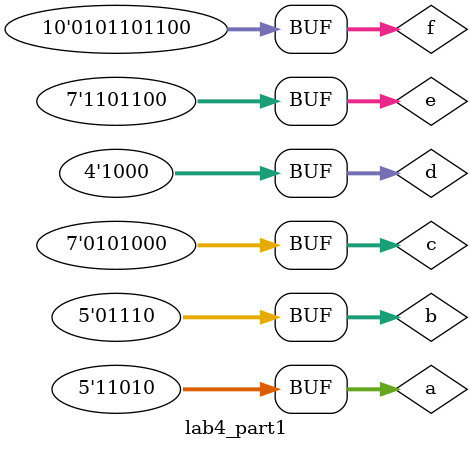
<source format=v>
module lab4_part1;

reg [4:0] a,b;
wire [6:0] c,e;
wire [3:0] d;
wire [9:0] f;

assign c = a + b;
assign d = a + b;
assign e = a * b;
assign f = a * b;

initial
 	begin
	$monitor("a = %b, b = %b, c = %b, d = %b, e = %b, f = %b",a,b,c,d,e,f);
	a = 1;
	b = 2;
	#10
	a = -3;
	b = 2;
	#10
	a = 2'b11;
	b = 3'b011;
	#10
	a = 5'b01011;
	b = 5'b11001;
	#10
	a = 5'b10x00;
	b = 5'b00000;
	#10
	a = 5'h3A;
	b = 5'hE;
	#10;
	end
endmodule


</source>
